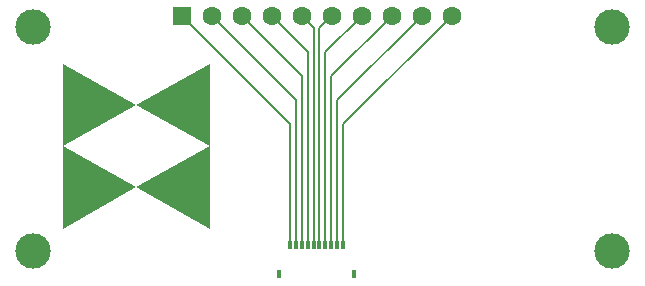
<source format=gtl>
G04*
G04 #@! TF.GenerationSoftware,Altium Limited,Altium Designer,23.9.2 (47)*
G04*
G04 Layer_Physical_Order=1*
G04 Layer_Color=255*
%FSLAX44Y44*%
%MOMM*%
G71*
G04*
G04 #@! TF.SameCoordinates,D495FCE5-1433-4DC9-BC9C-766B31E1820A*
G04*
G04*
G04 #@! TF.FilePolarity,Positive*
G04*
G01*
G75*
%ADD12R,0.3000X0.8000*%
%ADD13R,0.4000X0.8000*%
%ADD19C,0.2040*%
%ADD20C,1.6000*%
%ADD21R,1.6000X1.6000*%
%ADD22C,3.0000*%
G36*
X179551Y188554D02*
Y188166D01*
Y187520D01*
Y186356D01*
Y185580D01*
Y184804D01*
Y183769D01*
Y182734D01*
Y181441D01*
Y180018D01*
Y178466D01*
Y176656D01*
Y174715D01*
Y172646D01*
Y170318D01*
Y167731D01*
Y165015D01*
Y162040D01*
Y158936D01*
Y155574D01*
Y151823D01*
Y147943D01*
Y143804D01*
Y139406D01*
Y134621D01*
Y129706D01*
Y124403D01*
X179551Y118842D01*
Y49000D01*
X117276Y83921D01*
X55000Y49000D01*
Y118842D01*
X55000Y124403D01*
Y129706D01*
Y134621D01*
Y139406D01*
Y143804D01*
Y147943D01*
Y151823D01*
Y155574D01*
Y158936D01*
Y162040D01*
Y165015D01*
Y167731D01*
Y170318D01*
Y172646D01*
Y174715D01*
Y176655D01*
Y178466D01*
Y180018D01*
Y181441D01*
Y182734D01*
Y183769D01*
Y184804D01*
Y185580D01*
Y186356D01*
Y187520D01*
Y188166D01*
Y188554D01*
Y188684D01*
X117276Y153763D01*
X179551Y188684D01*
Y188554D01*
D02*
G37*
%LPC*%
G36*
X117276Y153763D02*
X55000Y118842D01*
X117276Y83921D01*
X179551Y118842D01*
X117276Y153763D01*
D02*
G37*
%LPD*%
D12*
X292500Y35222D02*
D03*
X287500D02*
D03*
X282500D02*
D03*
X277500D02*
D03*
X272500D02*
D03*
X267500D02*
D03*
X262500D02*
D03*
X257500D02*
D03*
X252500D02*
D03*
X247500D02*
D03*
D13*
X238000Y10222D02*
D03*
X302000D02*
D03*
D19*
X292500Y35222D02*
Y137551D01*
X384300Y229351D01*
X247500Y35222D02*
Y137551D01*
X155700Y229351D02*
X247500Y137551D01*
X252500Y35222D02*
Y157951D01*
X181100Y229351D02*
X252500Y157951D01*
X257500Y35222D02*
Y178351D01*
X206500Y229351D02*
X257500Y178351D01*
X262500Y35222D02*
Y198751D01*
X231900Y229351D02*
X262500Y198751D01*
X267500Y35222D02*
Y219151D01*
X257300Y229351D02*
X267500Y219151D01*
X272500Y35222D02*
Y219151D01*
X282700Y229351D01*
X277500Y35222D02*
Y198751D01*
X308100Y229351D01*
X282500Y35222D02*
Y178351D01*
X333500Y229351D01*
X287500Y35222D02*
Y157951D01*
X358900Y229351D01*
D20*
X384300D02*
D03*
X358900D02*
D03*
X308100D02*
D03*
X181100D02*
D03*
X206500D02*
D03*
X282700D02*
D03*
X231900D02*
D03*
X257300D02*
D03*
X333500D02*
D03*
D21*
X155700D02*
D03*
D22*
X520000Y30000D02*
D03*
Y220000D02*
D03*
X30000D02*
D03*
Y30000D02*
D03*
M02*

</source>
